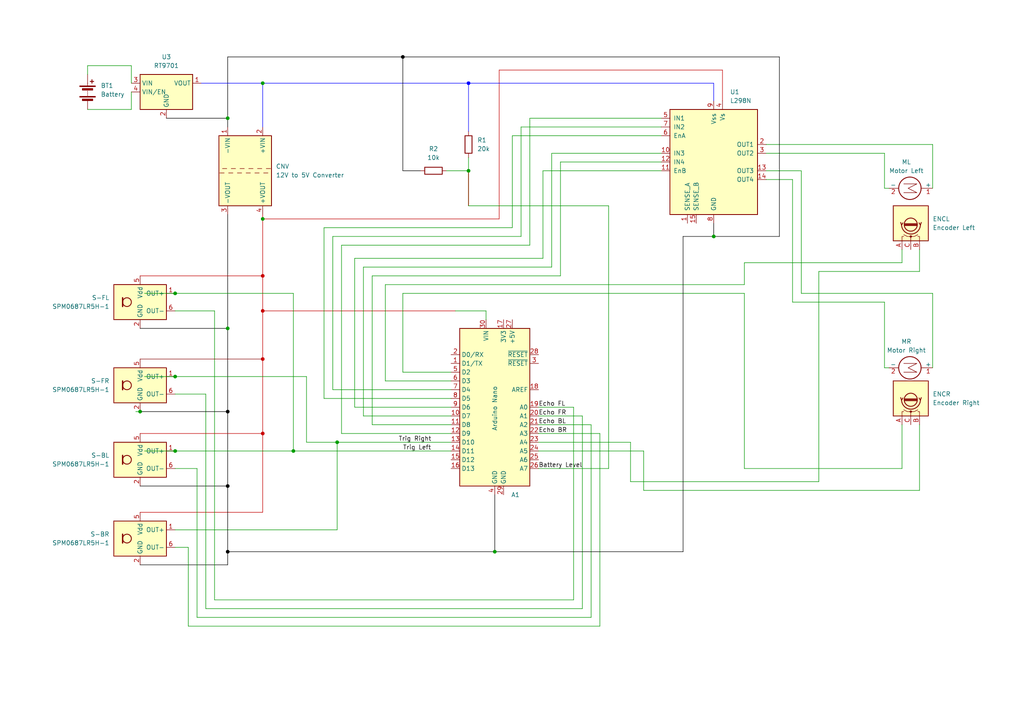
<source format=kicad_sch>
(kicad_sch (version 20231120) (generator "eeschema") (generator_version "8.0")
  (paper "A4")
  (lib_symbols
    (symbol "Device:Battery" (pin_numbers hide) (pin_names (offset 0) hide)
      (property "Reference" "BT" (at 2.54 2.54 0))
      (property "Value" "Battery" (at 2.54 0 0))
      (symbol "Battery_0_1"
        (rectangle (start -2.286 -1.27) (end 2.286 -1.524) (fill (type outline)))
        (rectangle (start -2.286 1.778) (end 2.286 1.524) (fill (type outline)))
        (rectangle (start -1.524 -2.032) (end 1.524 -2.54) (fill (type outline)))
        (rectangle (start -1.524 1.016) (end 1.524 0.508) (fill (type outline)))
        (polyline (pts (xy 0 -1.016) (xy 0 -0.762)))
        (polyline (pts (xy 0 -0.508) (xy 0 -0.254)))
        (polyline (pts (xy 0 0) (xy 0 0.254)))
        (polyline (pts (xy 0 1.778) (xy 0 2.54)))
        (polyline (pts (xy 0.762 3.048) (xy 1.778 3.048)) (stroke (width 0.254)))
        (polyline (pts (xy 1.27 3.556) (xy 1.27 2.54)) (stroke (width 0.254)))
      )
      (symbol "Battery_1_1"
        (pin passive line (at 0 5.08 270) (length 2.54) (name "+") (number "1"))
        (pin passive line (at 0 -5.08 90) (length 2.54) (name "-") (number "2"))
      )
    )
    (symbol "Device:R" (pin_numbers hide) (pin_names (offset 0))
      (property "Reference" "R" (at 2.032 0 90))
      (property "Value" "R" (at 0 0 90))
      (symbol "R_0_1"
        (rectangle (start -1.016 -2.54) (end 1.016 2.54) (stroke (width 0.254)))
      )
      (symbol "R_1_1"
        (pin passive line (at 0 3.81 270) (length 1.27) (name "~") (number "1"))
        (pin passive line (at 0 -3.81 90) (length 1.27) (name "~") (number "2"))
      )
    )
    (symbol "Device:RotaryEncoder" (pin_names (offset 0.254) hide)
      (property "Reference" "SW" (at 0 6.604 0))
      (property "Value" "RotaryEncoder" (at 0 -6.604 0))
      (symbol "RotaryEncoder_0_1"
        (rectangle (start -5.08 5.08) (end 5.08 -5.08) (stroke (width 0.254)) (fill (type background)))
        (circle (center -3.81 0) (radius 0.254) (fill (type outline)))
        (circle (center -0.381 0) (radius 1.905) (stroke (width 0.254)))
        (arc (start -0.381 2.667) (mid -3.0988 -0.0635) (end -0.381 -2.794) (stroke (width 0.254)))
        (polyline (pts (xy -0.635 -1.778) (xy -0.635 1.778)) (stroke (width 0.254)))
        (polyline (pts (xy -0.381 -1.778) (xy -0.381 1.778)) (stroke (width 0.254)))
        (polyline (pts (xy -0.127 1.778) (xy -0.127 -1.778)) (stroke (width 0.254)))
        (polyline (pts (xy -5.08 -2.54) (xy -3.81 -2.54) (xy -3.81 -2.032)))
        (polyline (pts (xy -5.08 2.54) (xy -3.81 2.54) (xy -3.81 2.032)))
        (polyline (pts (xy 0.254 -3.048) (xy -0.508 -2.794) (xy 0.127 -2.413)) (stroke (width 0.254)))
        (polyline (pts (xy 0.254 2.921) (xy -0.508 2.667) (xy 0.127 2.286)) (stroke (width 0.254)))
        (polyline (pts (xy -5.08 0) (xy -3.81 0) (xy -3.81 -1.016) (xy -3.302 -2.032)))
        (polyline (pts (xy -4.318 0) (xy -3.81 0) (xy -3.81 1.016) (xy -3.302 2.032)))
      )
      (symbol "RotaryEncoder_1_1"
        (pin passive line (at -7.62 2.54 0) (length 2.54) (name "A") (number "A"))
        (pin passive line (at -7.62 -2.54 0) (length 2.54) (name "B") (number "B"))
        (pin passive line (at -7.62 0 0) (length 2.54) (name "C") (number "C"))
      )
    )
    (symbol "Driver_Motor:L298N" (pin_names (offset 1.016))
      (property "Reference" "U" (at -10.16 16.51 0))
      (property "Value" "L298N" (at 12.7 16.51 0))
      (symbol "L298N_0_1"
        (rectangle (start -12.7 15.24) (end 12.7 -15.24) (stroke (width 0.254)) (fill (type background)))
      )
      (symbol "L298N_1_1"
        (pin power_in line (at -7.62 -17.78 90) (length 2.54) (name "SENSE_A") (number "1"))
        (pin input line (at -15.24 2.54 0) (length 2.54) (name "IN3") (number "10"))
        (pin input line (at -15.24 -2.54 0) (length 2.54) (name "EnB") (number "11"))
        (pin input line (at -15.24 0 0) (length 2.54) (name "IN4") (number "12"))
        (pin output line (at 15.24 -2.54 180) (length 2.54) (name "OUT3") (number "13"))
        (pin output line (at 15.24 -5.08 180) (length 2.54) (name "OUT4") (number "14"))
        (pin power_in line (at -5.08 -17.78 90) (length 2.54) (name "SENSE_B") (number "15"))
        (pin output line (at 15.24 5.08 180) (length 2.54) (name "OUT1") (number "2"))
        (pin output line (at 15.24 2.54 180) (length 2.54) (name "OUT2") (number "3"))
        (pin power_in line (at 2.54 17.78 270) (length 2.54) (name "Vs") (number "4"))
        (pin input line (at -15.24 12.7 0) (length 2.54) (name "IN1") (number "5"))
        (pin input line (at -15.24 7.62 0) (length 2.54) (name "EnA") (number "6"))
        (pin input line (at -15.24 10.16 0) (length 2.54) (name "IN2") (number "7"))
        (pin power_in line (at 0 -17.78 90) (length 2.54) (name "GND") (number "8"))
        (pin power_in line (at 0 17.78 270) (length 2.54) (name "Vss") (number "9"))
      )
    )
    (symbol "MCU_Module:Arduino_Nano_v3.x"
      (property "Reference" "A" (at -10.16 23.495 0))
      (property "Value" "Arduino_Nano_v3.x" (at 5.08 -24.13 0))
      (symbol "Arduino_Nano_v3.x_0_1"
        (rectangle (start -10.16 22.86) (end 10.16 -22.86) (stroke (width 0.254)) (fill (type background)))
      )
      (symbol "Arduino_Nano_v3.x_1_1"
        (pin bidirectional line (at -12.7 12.7 0) (length 2.54) (name "D1/TX") (number "1"))
        (pin bidirectional line (at -12.7 -2.54 0) (length 2.54) (name "D7") (number "10"))
        (pin bidirectional line (at -12.7 -5.08 0) (length 2.54) (name "D8") (number "11"))
        (pin bidirectional line (at -12.7 -7.62 0) (length 2.54) (name "D9") (number "12"))
        (pin bidirectional line (at -12.7 -10.16 0) (length 2.54) (name "D10") (number "13"))
        (pin bidirectional line (at -12.7 -12.7 0) (length 2.54) (name "D11") (number "14"))
        (pin bidirectional line (at -12.7 -15.24 0) (length 2.54) (name "D12") (number "15"))
        (pin bidirectional line (at -12.7 -17.78 0) (length 2.54) (name "D13") (number "16"))
        (pin power_out line (at 2.54 25.4 270) (length 2.54) (name "3V3") (number "17"))
        (pin input line (at 12.7 5.08 180) (length 2.54) (name "AREF") (number "18"))
        (pin bidirectional line (at 12.7 0 180) (length 2.54) (name "A0") (number "19"))
        (pin bidirectional line (at -12.7 15.24 0) (length 2.54) (name "D0/RX") (number "2"))
        (pin bidirectional line (at 12.7 -2.54 180) (length 2.54) (name "A1") (number "20"))
        (pin bidirectional line (at 12.7 -5.08 180) (length 2.54) (name "A2") (number "21"))
        (pin bidirectional line (at 12.7 -7.62 180) (length 2.54) (name "A3") (number "22"))
        (pin bidirectional line (at 12.7 -10.16 180) (length 2.54) (name "A4") (number "23"))
        (pin bidirectional line (at 12.7 -12.7 180) (length 2.54) (name "A5") (number "24"))
        (pin bidirectional line (at 12.7 -15.24 180) (length 2.54) (name "A6") (number "25"))
        (pin bidirectional line (at 12.7 -17.78 180) (length 2.54) (name "A7") (number "26"))
        (pin power_out line (at 5.08 25.4 270) (length 2.54) (name "+5V") (number "27"))
        (pin input line (at 12.7 15.24 180) (length 2.54) (name "~{RESET}") (number "28"))
        (pin power_in line (at 2.54 -25.4 90) (length 2.54) (name "GND") (number "29"))
        (pin input line (at 12.7 12.7 180) (length 2.54) (name "~{RESET}") (number "3"))
        (pin power_in line (at -2.54 25.4 270) (length 2.54) (name "VIN") (number "30"))
        (pin power_in line (at 0 -25.4 90) (length 2.54) (name "GND") (number "4"))
        (pin bidirectional line (at -12.7 10.16 0) (length 2.54) (name "D2") (number "5"))
        (pin bidirectional line (at -12.7 7.62 0) (length 2.54) (name "D3") (number "6"))
        (pin bidirectional line (at -12.7 5.08 0) (length 2.54) (name "D4") (number "7"))
        (pin bidirectional line (at -12.7 2.54 0) (length 2.54) (name "D5") (number "8"))
        (pin bidirectional line (at -12.7 0 0) (length 2.54) (name "D6") (number "9"))
      )
    )
    (symbol "Motor:Motor_DC" (pin_names (offset 0))
      (property "Reference" "M" (at 2.54 2.54 0))
      (property "Value" "Motor_DC" (at 2.54 -5.08 0))
      (symbol "Motor_DC_0_0"
        (polyline (pts (xy -1.27 -3.302) (xy -1.27 0.508) (xy 0 -2.032) (xy 1.27 0.508) (xy 1.27 -3.302)))
      )
      (symbol "Motor_DC_0_1"
        (circle (center 0 -1.524) (radius 3.2512) (stroke (width 0.254)))
        (polyline (pts (xy 0 -7.62) (xy 0 -7.112)))
        (polyline (pts (xy 0 -4.7752) (xy 0 -5.1816)))
        (polyline (pts (xy 0 1.7272) (xy 0 2.0828)))
        (polyline (pts (xy 0 2.032) (xy 0 2.54)))
      )
      (symbol "Motor_DC_1_1"
        (pin passive line (at 0 5.08 270) (length 2.54) (name "+") (number "1"))
        (pin passive line (at 0 -7.62 90) (length 2.54) (name "-") (number "2"))
      )
    )
    (symbol "Power_Management:RT9701"
      (property "Reference" "U" (at 0 6.35 0))
      (property "Value" "RT9701" (at 5.08 -6.35 0))
      (symbol "RT9701_0_1"
        (rectangle (start -7.62 5.08) (end 7.62 -5.08) (stroke (width 0.254)) (fill (type background)))
      )
      (symbol "RT9701_1_1"
        (pin power_out line (at 10.16 2.54 180) (length 2.54) (name "VOUT") (number "1"))
        (pin power_in line (at 0 -7.62 90) (length 2.54) (name "GND") (number "2"))
        (pin power_in line (at -10.16 2.54 0) (length 2.54) (name "VIN") (number "3"))
        (pin input line (at -10.16 0 0) (length 2.54) (name "VIN/EN") (number "4"))
        (pin passive line (at 10.16 2.54 180) (length 2.54) hide (name "VOUT") (number "5"))
      )
    )
    (symbol "Regulator_Switching:CRE1S1205SC"
      (property "Reference" "U" (at -8.89 8.89 0))
      (property "Value" "CRE1S1205SC" (at 2.54 8.89 0))
      (symbol "CRE1S1205SC_0_1"
        (rectangle (start -10.16 7.62) (end 10.16 -7.62) (stroke (width 0.254)) (fill (type background)))
        (polyline (pts (xy -0.635 -5.334) (xy -0.635 -6.604)))
        (polyline (pts (xy -0.635 -2.794) (xy -0.635 -4.064)))
        (polyline (pts (xy -0.635 -0.254) (xy -0.635 -1.524)))
        (polyline (pts (xy -0.635 2.286) (xy -0.635 1.016)))
        (polyline (pts (xy -0.635 4.826) (xy -0.635 3.556)))
        (polyline (pts (xy -0.635 7.366) (xy -0.635 6.096)))
        (polyline (pts (xy 0.635 -7.366) (xy 0.635 -6.096)))
        (polyline (pts (xy 0.635 -4.826) (xy 0.635 -3.556)))
        (polyline (pts (xy 0.635 -2.286) (xy 0.635 -1.016)))
        (polyline (pts (xy 0.635 0.254) (xy 0.635 1.524)))
        (polyline (pts (xy 0.635 2.794) (xy 0.635 4.064)))
        (polyline (pts (xy 0.635 5.334) (xy 0.635 6.604)))
      )
      (symbol "CRE1S1205SC_1_1"
        (pin power_in line (at -12.7 -5.08 0) (length 2.54) (name "-VIN") (number "1"))
        (pin power_in line (at -12.7 5.08 0) (length 2.54) (name "+VIN") (number "2"))
        (pin power_out line (at 12.7 -5.08 180) (length 2.54) (name "-VOUT") (number "3"))
        (pin power_out line (at 12.7 5.08 180) (length 2.54) (name "+VOUT") (number "4"))
      )
    )
    (symbol "Sensor_Audio:SPM0687LR5H-1"
      (property "Reference" "MK" (at 5.08 6.35 0))
      (property "Value" "SPM0687LR5H-1" (at 8.89 -6.35 0))
      (symbol "SPM0687LR5H-1_1_1"
        (rectangle (start -7.62 5.08) (end 7.62 -5.08) (stroke (width 0.254)) (fill (type background)))
        (circle (center -3.81 0) (radius 1.27) (stroke (width 0.254)))
        (polyline (pts (xy -5.08 1.27) (xy -5.08 -1.27)) (stroke (width 0.381)))
        (pin output line (at 10.16 2.54 180) (length 2.54) (name "OUT+") (number "1"))
        (pin power_in line (at 0 -7.62 90) (length 2.54) (name "GND") (number "2"))
        (pin passive line (at 0 -7.62 90) (length 2.54) hide (name "GND") (number "3"))
        (pin passive line (at 0 -7.62 90) (length 2.54) hide (name "GND") (number "4"))
        (pin power_in line (at 0 7.62 270) (length 2.54) (name "Vdd") (number "5"))
        (pin output line (at 10.16 -2.54 180) (length 2.54) (name "OUT-") (number "6"))
      )
    )
  )
  (junction (at 207.01 68.58))
  (junction (at 40.64 119.38))
  (junction (at 116.84 16.51) (color 0 0 0 1))
  (junction (at 66.04 119.38) (color 0 0 0 1))
  (junction (at 50.8 85.09))
  (junction (at 85.09 130.81))
  (junction (at 66.04 34.29))
  (junction (at 76.2 90.17) (color 194 0 0 1))
  (junction (at 76.2 104.14) (color 194 0 0 1))
  (junction (at 66.04 140.97) (color 0 0 0 1))
  (junction (at 76.2 125.73) (color 194 0 0 1))
  (junction (at 135.89 49.53))
  (junction (at 143.51 160.02))
  (junction (at 76.2 24.13))
  (junction (at 50.8 130.81))
  (junction (at 97.79 128.27))
  (junction (at 66.04 95.25))
  (junction (at 135.89 24.13) (color 0 0 255 1))
  (junction (at 76.2 63.5))
  (junction (at 76.2 80.01) (color 194 0 0 1))
  (junction (at 66.04 160.02) (color 0 0 0 1))
  (junction (at 50.8 109.22))
  (wire (pts (xy 191.77 36.83) (xy 151.13 36.83)))
  (wire (pts (xy 76.2 24.13) (xy 76.2 36.83)) (stroke (width 0) (color 0 0 255 1)))
  (wire (pts (xy 140.97 90.17) (xy 140.97 92.71)))
  (wire (pts (xy 97.79 128.27) (xy 130.81 128.27)))
  (wire (pts (xy 157.48 74.93) (xy 102.87 74.93)))
  (wire (pts (xy 166.37 118.11) (xy 166.37 173.99)))
  (wire (pts (xy 54.61 158.75) (xy 54.61 181.61)))
  (wire (pts (xy 186.69 130.81) (xy 156.21 130.81)))
  (wire (pts (xy 207.01 64.77) (xy 207.01 68.58)) (stroke (width 0) (color 0 0 0 1)))
  (wire (pts (xy 173.99 181.61) (xy 173.99 125.73)))
  (wire (pts (xy 66.04 119.38) (xy 66.04 140.97)) (stroke (width 0) (color 0 0 0 1)))
  (wire (pts (xy 76.2 90.17) (xy 76.2 104.14)) (stroke (width 0) (color 194 0 0 1)))
  (wire (pts (xy 111.76 110.49) (xy 130.81 110.49)))
  (wire (pts (xy 256.54 87.63) (xy 229.87 87.63)))
  (wire (pts (xy 135.89 49.53) (xy 135.89 45.72)))
  (wire (pts (xy 88.9 128.27) (xy 97.79 128.27)))
  (wire (pts (xy 191.77 34.29) (xy 153.67 34.29)))
  (wire (pts (xy 261.62 76.2) (xy 215.9 76.2)))
  (wire (pts (xy 62.23 90.17) (xy 62.23 173.99)))
  (wire (pts (xy 50.8 114.3) (xy 59.69 114.3)))
  (wire (pts (xy 66.04 34.29) (xy 66.04 36.83)) (stroke (width 0) (color 0 0 0 1)))
  (wire (pts (xy 261.62 135.89) (xy 261.62 123.19)))
  (wire (pts (xy 207.01 24.13) (xy 207.01 29.21)) (stroke (width 0) (color 0 0 255 1)))
  (wire (pts (xy 59.69 114.3) (xy 59.69 176.53)))
  (wire (pts (xy 50.8 130.81) (xy 85.09 130.81)))
  (wire (pts (xy 107.95 80.01) (xy 107.95 123.19)))
  (wire (pts (xy 66.04 160.02) (xy 143.51 160.02)) (stroke (width 0) (color 0 0 0 1)))
  (wire (pts (xy 57.15 179.07) (xy 171.45 179.07)))
  (wire (pts (xy 88.9 109.22) (xy 88.9 128.27)))
  (wire (pts (xy 40.64 95.25) (xy 66.04 95.25)) (stroke (width 0) (color 0 0 0 1)))
  (wire (pts (xy 191.77 49.53) (xy 157.48 49.53)))
  (wire (pts (xy 66.04 62.23) (xy 66.04 95.25)) (stroke (width 0) (color 0 0 0 1)))
  (wire (pts (xy 25.4 19.05) (xy 25.4 21.59)))
  (wire (pts (xy 162.56 80.01) (xy 107.95 80.01)))
  (wire (pts (xy 50.8 109.22) (xy 88.9 109.22)))
  (wire (pts (xy 102.87 118.11) (xy 130.81 118.11)))
  (wire (pts (xy 156.21 135.89) (xy 176.53 135.89)))
  (wire (pts (xy 76.2 63.5) (xy 144.78 63.5)) (stroke (width 0) (color 194 0 0 1)))
  (wire (pts (xy 135.89 49.53) (xy 135.89 59.69)))
  (wire (pts (xy 143.51 160.02) (xy 198.12 160.02)) (stroke (width 0) (color 0 0 0 1)))
  (wire (pts (xy 76.2 80.01) (xy 76.2 90.17)) (stroke (width 0) (color 194 0 0 1)))
  (wire (pts (xy 59.69 176.53) (xy 168.91 176.53)))
  (wire (pts (xy 132.08 90.17) (xy 140.97 90.17)))
  (wire (pts (xy 182.88 139.7) (xy 237.49 139.7)))
  (wire (pts (xy 270.51 41.91) (xy 222.25 41.91)))
  (wire (pts (xy 116.84 16.51) (xy 226.06 16.51)) (stroke (width 0) (color 0 0 0 1)))
  (wire (pts (xy 198.12 68.58) (xy 207.01 68.58)) (stroke (width 0) (color 0 0 0 1)))
  (wire (pts (xy 215.9 135.89) (xy 261.62 135.89)))
  (wire (pts (xy 116.84 85.09) (xy 116.84 107.95)))
  (wire (pts (xy 256.54 54.61) (xy 256.54 44.45)))
  (wire (pts (xy 215.9 85.09) (xy 116.84 85.09)))
  (wire (pts (xy 156.21 123.19) (xy 171.45 123.19)))
  (wire (pts (xy 266.7 123.19) (xy 266.7 142.24)))
  (wire (pts (xy 40.64 104.14) (xy 76.2 104.14)) (stroke (width 0) (color 132 0 0 1)))
  (wire (pts (xy 40.64 140.97) (xy 66.04 140.97)) (stroke (width 0) (color 0 0 0 1)))
  (wire (pts (xy 157.48 49.53) (xy 157.48 74.93)))
  (wire (pts (xy 229.87 87.63) (xy 229.87 52.07)))
  (wire (pts (xy 215.9 76.2) (xy 215.9 82.55)))
  (wire (pts (xy 85.09 130.81) (xy 130.81 130.81)))
  (wire (pts (xy 99.06 125.73) (xy 130.81 125.73)))
  (wire (pts (xy 182.88 139.7) (xy 182.88 128.27)))
  (wire (pts (xy 256.54 44.45) (xy 222.25 44.45)))
  (wire (pts (xy 116.84 16.51) (xy 66.04 16.51)) (stroke (width 0) (color 0 0 0 1)))
  (wire (pts (xy 144.78 20.32) (xy 209.55 20.32)) (stroke (width 0) (color 194 0 0 1)))
  (wire (pts (xy 226.06 68.58) (xy 207.01 68.58)) (stroke (width 0) (color 0 0 0 1)))
  (wire (pts (xy 105.41 77.47) (xy 105.41 120.65)))
  (wire (pts (xy 215.9 135.89) (xy 215.9 85.09)))
  (wire (pts (xy 50.8 153.67) (xy 97.79 153.67)))
  (wire (pts (xy 270.51 85.09) (xy 232.41 85.09)))
  (wire (pts (xy 156.21 125.73) (xy 173.99 125.73)))
  (wire (pts (xy 148.59 66.04) (xy 93.98 66.04)))
  (wire (pts (xy 270.51 54.61) (xy 270.51 41.91)))
  (wire (pts (xy 266.7 72.39) (xy 266.7 78.74)))
  (wire (pts (xy 99.06 71.12) (xy 99.06 125.73)))
  (wire (pts (xy 111.76 82.55) (xy 111.76 110.49)))
  (wire (pts (xy 39.37 119.38) (xy 40.64 119.38)))
  (wire (pts (xy 54.61 158.75) (xy 50.8 158.75)))
  (wire (pts (xy 66.04 163.83) (xy 66.04 160.02)) (stroke (width 0) (color 0 0 0 1)))
  (wire (pts (xy 40.64 119.38) (xy 66.04 119.38)) (stroke (width 0) (color 0 0 0 1)))
  (wire (pts (xy 171.45 179.07) (xy 171.45 123.19)))
  (wire (pts (xy 96.52 113.03) (xy 130.81 113.03)))
  (wire (pts (xy 135.89 59.69) (xy 176.53 59.69)))
  (wire (pts (xy 25.4 31.75) (xy 38.1 31.75)))
  (wire (pts (xy 93.98 66.04) (xy 93.98 115.57)))
  (wire (pts (xy 256.54 87.63) (xy 256.54 106.68)))
  (wire (pts (xy 62.23 173.99) (xy 166.37 173.99)))
  (wire (pts (xy 93.98 115.57) (xy 130.81 115.57)))
  (wire (pts (xy 25.4 19.05) (xy 38.1 19.05)))
  (wire (pts (xy 186.69 142.24) (xy 186.69 130.81)))
  (wire (pts (xy 135.89 38.1) (xy 135.89 24.13)) (stroke (width 0) (color 0 0 255 1)))
  (wire (pts (xy 40.64 148.59) (xy 76.2 148.59)) (stroke (width 0) (color 194 0 0 1)))
  (wire (pts (xy 226.06 16.51) (xy 226.06 68.58)) (stroke (width 0) (color 0 0 0 1)))
  (wire (pts (xy 191.77 39.37) (xy 148.59 39.37)))
  (wire (pts (xy 40.64 125.73) (xy 76.2 125.73)) (stroke (width 0) (color 194 0 0 1)))
  (wire (pts (xy 156.21 118.11) (xy 166.37 118.11)))
  (wire (pts (xy 76.2 104.14) (xy 76.2 125.73)) (stroke (width 0) (color 194 0 0 1)))
  (wire (pts (xy 50.8 90.17) (xy 62.23 90.17)))
  (wire (pts (xy 135.89 59.69) (xy 135.89 49.53)) (stroke (width 0) (color 194 0 0 1)))
  (wire (pts (xy 107.95 123.19) (xy 130.81 123.19)))
  (wire (pts (xy 116.84 49.53) (xy 121.92 49.53)) (stroke (width 0) (color 0 0 0 1)))
  (wire (pts (xy 38.1 19.05) (xy 38.1 24.13)))
  (wire (pts (xy 237.49 78.74) (xy 237.49 139.7)))
  (wire (pts (xy 153.67 34.29) (xy 153.67 71.12)))
  (wire (pts (xy 66.04 95.25) (xy 66.04 119.38)) (stroke (width 0) (color 0 0 0 1)))
  (wire (pts (xy 116.84 107.95) (xy 130.81 107.95)))
  (wire (pts (xy 191.77 46.99) (xy 162.56 46.99)))
  (wire (pts (xy 266.7 142.24) (xy 186.69 142.24)))
  (wire (pts (xy 151.13 36.83) (xy 151.13 68.58)))
  (wire (pts (xy 148.59 39.37) (xy 148.59 66.04)))
  (wire (pts (xy 256.54 106.68) (xy 257.81 106.68)))
  (wire (pts (xy 66.04 16.51) (xy 66.04 34.29)) (stroke (width 0) (color 0 0 0 1)))
  (wire (pts (xy 50.8 85.09) (xy 85.09 85.09)))
  (wire (pts (xy 38.1 31.75) (xy 38.1 26.67)))
  (wire (pts (xy 160.02 44.45) (xy 160.02 77.47)))
  (wire (pts (xy 102.87 74.93) (xy 102.87 118.11)))
  (wire (pts (xy 266.7 78.74) (xy 237.49 78.74)))
  (wire (pts (xy 256.54 54.61) (xy 257.81 54.61)))
  (wire (pts (xy 176.53 59.69) (xy 176.53 135.89)))
  (wire (pts (xy 143.51 143.51) (xy 143.51 160.02)) (stroke (width 0) (color 0 0 0 1)))
  (wire (pts (xy 156.21 120.65) (xy 168.91 120.65)))
  (wire (pts (xy 232.41 49.53) (xy 222.25 49.53)))
  (wire (pts (xy 160.02 77.47) (xy 105.41 77.47)))
  (wire (pts (xy 76.2 24.13) (xy 135.89 24.13)) (stroke (width 0) (color 0 0 255 1)))
  (wire (pts (xy 76.2 148.59) (xy 76.2 125.73)) (stroke (width 0) (color 194 0 0 1)))
  (wire (pts (xy 97.79 128.27) (xy 97.79 153.67)))
  (wire (pts (xy 144.78 20.32) (xy 144.78 63.5)) (stroke (width 0) (color 194 0 0 1)))
  (wire (pts (xy 151.13 68.58) (xy 96.52 68.58)))
  (wire (pts (xy 116.84 16.51) (xy 116.84 49.53)) (stroke (width 0) (color 0 0 0 1)))
  (wire (pts (xy 261.62 72.39) (xy 261.62 76.2)))
  (wire (pts (xy 232.41 49.53) (xy 232.41 85.09)))
  (wire (pts (xy 40.64 80.01) (xy 76.2 80.01)) (stroke (width 0) (color 194 0 0 1)))
  (wire (pts (xy 76.2 63.5) (xy 76.2 80.01)) (stroke (width 0) (color 194 0 0 1)))
  (wire (pts (xy 57.15 135.89) (xy 57.15 179.07)))
  (wire (pts (xy 135.89 24.13) (xy 207.01 24.13)) (stroke (width 0) (color 0 0 255 1)))
  (wire (pts (xy 182.88 128.27) (xy 156.21 128.27)))
  (wire (pts (xy 41.91 109.22) (xy 50.8 109.22)))
  (wire (pts (xy 96.52 68.58) (xy 96.52 113.03)))
  (wire (pts (xy 50.8 135.89) (xy 57.15 135.89)))
  (wire (pts (xy 41.91 85.09) (xy 50.8 85.09)))
  (wire (pts (xy 85.09 85.09) (xy 85.09 130.81)))
  (wire (pts (xy 229.87 52.07) (xy 222.25 52.07)))
  (wire (pts (xy 168.91 120.65) (xy 168.91 176.53)))
  (wire (pts (xy 58.42 24.13) (xy 76.2 24.13)) (stroke (width 0) (color 0 0 255 1)))
  (wire (pts (xy 54.61 181.61) (xy 173.99 181.61)))
  (wire (pts (xy 129.54 49.53) (xy 135.89 49.53)))
  (wire (pts (xy 270.51 106.68) (xy 270.51 85.09)))
  (wire (pts (xy 191.77 44.45) (xy 160.02 44.45)))
  (wire (pts (xy 40.64 163.83) (xy 66.04 163.83)) (stroke (width 0) (color 0 0 0 1)))
  (wire (pts (xy 198.12 68.58) (xy 198.12 160.02)) (stroke (width 0) (color 0 0 0 1)))
  (wire (pts (xy 48.26 34.29) (xy 66.04 34.29)) (stroke (width 0) (color 0 0 0 1)))
  (wire (pts (xy 215.9 82.55) (xy 111.76 82.55)))
  (wire (pts (xy 153.67 71.12) (xy 99.06 71.12)))
  (wire (pts (xy 66.04 140.97) (xy 66.04 160.02)) (stroke (width 0) (color 0 0 0 1)))
  (wire (pts (xy 41.91 130.81) (xy 50.8 130.81)))
  (wire (pts (xy 76.2 90.17) (xy 132.08 90.17)) (stroke (width 0) (color 194 0 0 1)))
  (wire (pts (xy 76.2 62.23) (xy 76.2 63.5)) (stroke (width 0) (color 194 0 0 1)))
  (wire (pts (xy 105.41 120.65) (xy 130.81 120.65)))
  (wire (pts (xy 162.56 46.99) (xy 162.56 80.01)))
  (wire (pts (xy 209.55 20.32) (xy 209.55 29.21)) (stroke (width 0) (color 194 0 0 1)))
  (label "Trig Left" (at 116.84 130.81 0))
  (label "Battery Level" (at 156.21 135.89 0))
  (label "Trig Right" (at 115.57 128.27 0))
  (label "Echo BR" (at 156.21 125.73 0))
  (label "Echo FR" (at 156.21 120.65 0))
  (label "Echo FL" (at 156.21 118.11 0))
  (label "Echo BL" (at 156.21 123.19 0))
  (symbol (lib_id "MCU_Module:Arduino_Nano_v3.x") (at 143.51 118.11 0) (unit 1)
    (property "Reference" "A1" (at 148.2441 143.51 0) (effects (justify left)))
    (property "Value" "Arduino Nano" (at 143.51 124.968 90) (effects (justify left)))
    (property "Footprint" "Module:Arduino_Nano" (effects (hide yes)))
    (property "Datasheet" "http://www.mouser.com/pdfdocs/Gravitech_Arduino_Nano3_0.pdf" (effects (hide yes)))
    (property "Description" "Arduino Nano v3.x" (effects (hide yes)))
  )
  (symbol (lib_id "Motor:Motor_DC") (at 265.43 106.68 270) (unit 1)
    (property "Reference" "MR" (at 262.89 99.06 90))
    (property "Value" "Motor Right" (at 262.89 101.6 90))
    (property "Description" "DC Motor" (effects (hide yes)))
  )
  (symbol (lib_id "Regulator_Switching:CRE1S1205SC") (at 71.12 49.53 270) (unit 1)
    (property "Reference" "CNV" (at 80.01 48.2599 90) (effects (justify left)))
    (property "Value" "12V to 5V Converter" (at 80.01 50.7999 90) (effects (justify left)))
    (property "Footprint" "Converter_DCDC:Converter_DCDC_Murata_CRE1xxxxxxSC_THT" (effects (hide yes)))
    (property "Datasheet" "http://power.murata.com/datasheet?/data/power/ncl/kdc_cre1.pdf" (effects (hide yes)))
    (property "Description" "12V to 5V 200mA DC-DC Converter with 1kV isolation, SIP-4" (effects (hide yes)))
  )
  (symbol (lib_id "Sensor_Audio:SPM0687LR5H-1") (at 40.64 133.35 0) (unit 1)
    (property "Reference" "S-BL" (at 31.75 132.0799 0) (effects (justify right)))
    (property "Value" "SPM0687LR5H-1" (at 31.75 134.6199 0) (effects (justify right)))
    (property "Footprint" "Sensor_Audio:Knowles_LGA-6_4.72x3.76mm" (effects (hide yes)))
    (property "Datasheet" "https://www.knowles.com/docs/default-source/default-document-library/spm0687lr5h-1_winfrey_datasheet.pdf?Status=Master&sfvrsn=ac3971b1_0" (effects (hide yes)))
    (property "Description" "Differential/Single-Ended Analog MEMS Microphone, LGA-6" (effects (hide yes)))
  )
  (symbol (lib_id "Power_Management:RT9701") (at 48.26 26.67 0) (unit 1)
    (property "Reference" "U3" (at 48.26 16.51 0))
    (property "Value" "RT9701" (at 48.26 19.05 0))
  )
  (symbol (lib_id "Driver_Motor:L298N") (at 207.01 46.99 0) (unit 1)
    (property "Reference" "U1" (at 211.7441 26.67 0) (effects (justify left)))
    (property "Value" "L298N" (at 211.7441 29.21 0) (effects (justify left)))
    (property "Footprint" "Package_TO_SOT_THT:TO-220-15_P2.54x2.54mm_StaggerOdd_Lead4.58mm_Vertical" (effects (hide yes)))
    (property "Datasheet" "http://www.st.com/st-web-ui/static/active/en/resource/technical/document/datasheet/CD00000240.pdf" (effects (hide yes)))
    (property "Description" "Dual full bridge motor driver, up to 46V, 4A, Multiwatt15-V" (effects (hide yes)))
  )
  (symbol (lib_id "Sensor_Audio:SPM0687LR5H-1") (at 40.64 111.76 0) (unit 1)
    (property "Reference" "S-FR" (at 31.75 110.4899 0) (effects (justify right)))
    (property "Value" "SPM0687LR5H-1" (at 31.75 113.0299 0) (effects (justify right)))
    (property "Footprint" "Sensor_Audio:Knowles_LGA-6_4.72x3.76mm" (effects (hide yes)))
    (property "Datasheet" "https://www.knowles.com/docs/default-source/default-document-library/spm0687lr5h-1_winfrey_datasheet.pdf?Status=Master&sfvrsn=ac3971b1_0" (effects (hide yes)))
    (property "Description" "Differential/Single-Ended Analog MEMS Microphone, LGA-6" (effects (hide yes)))
  )
  (symbol (lib_id "Device:R") (at 135.89 41.91 0) (unit 1)
    (property "Reference" "R1" (at 138.43 40.6399 0) (effects (justify left)))
    (property "Value" "20k" (at 138.43 43.1799 0) (effects (justify left)))
    (property "Description" "Resistor" (effects (hide yes)))
  )
  (symbol (lib_id "Sensor_Audio:SPM0687LR5H-1") (at 40.64 156.21 0) (unit 1)
    (property "Reference" "S-BR" (at 31.75 154.9399 0) (effects (justify right)))
    (property "Value" "SPM0687LR5H-1" (at 31.75 157.4799 0) (effects (justify right)))
    (property "Footprint" "Sensor_Audio:Knowles_LGA-6_4.72x3.76mm" (effects (hide yes)))
    (property "Datasheet" "https://www.knowles.com/docs/default-source/default-document-library/spm0687lr5h-1_winfrey_datasheet.pdf?Status=Master&sfvrsn=ac3971b1_0" (effects (hide yes)))
    (property "Description" "Differential/Single-Ended Analog MEMS Microphone, LGA-6" (effects (hide yes)))
  )
  (symbol (lib_id "Motor:Motor_DC") (at 265.43 54.61 270) (unit 1)
    (property "Reference" "ML" (at 262.89 46.99 90))
    (property "Value" "Motor Left" (at 262.89 49.53 90))
    (property "Description" "DC Motor" (effects (hide yes)))
  )
  (symbol (lib_id "Device:RotaryEncoder") (at 264.16 64.77 90) (unit 1)
    (property "Reference" "ENCL" (at 270.51 63.4999 90) (effects (justify right)))
    (property "Value" "Encoder Left" (at 270.51 66.0399 90) (effects (justify right)))
    (property "Description" "Rotary encoder, dual channel, incremental quadrate outputs" (effects (hide yes)))
  )
  (symbol (lib_id "Sensor_Audio:SPM0687LR5H-1") (at 40.64 87.63 0) (unit 1)
    (property "Reference" "S-FL" (at 31.75 86.3599 0) (effects (justify right)))
    (property "Value" "SPM0687LR5H-1" (at 31.75 88.8999 0) (effects (justify right)))
    (property "Footprint" "Sensor_Audio:Knowles_LGA-6_4.72x3.76mm" (effects (hide yes)))
    (property "Datasheet" "https://www.knowles.com/docs/default-source/default-document-library/spm0687lr5h-1_winfrey_datasheet.pdf?Status=Master&sfvrsn=ac3971b1_0" (effects (hide yes)))
    (property "Description" "Differential/Single-Ended Analog MEMS Microphone, LGA-6" (effects (hide yes)))
  )
  (symbol (lib_id "Device:R") (at 125.73 49.53 90) (unit 1)
    (property "Reference" "R2" (at 125.73 43.18 90))
    (property "Value" "10k" (at 125.73 45.72 90))
    (property "Description" "Resistor" (effects (hide yes)))
  )
  (symbol (lib_id "Device:Battery") (at 25.4 26.67 0) (unit 1)
    (property "Reference" "BT1" (at 29.21 24.8284 0) (effects (justify left)))
    (property "Value" "Battery" (at 29.21 27.3684 0) (effects (justify left)))
    (property "Description" "Multiple-cell battery" (effects (hide yes)))
  )
  (symbol (lib_id "Device:RotaryEncoder") (at 264.16 115.57 90) (unit 1)
    (property "Reference" "ENCR" (at 270.51 114.2999 90) (effects (justify right)))
    (property "Value" "Encoder Right" (at 270.51 116.8399 90) (effects (justify right)))
    (property "Description" "Rotary encoder, dual channel, incremental quadrate outputs" (effects (hide yes)))
  )
)
</source>
